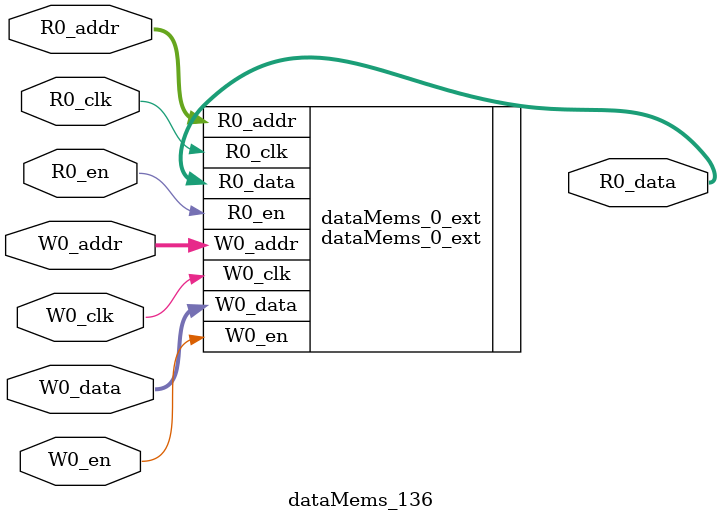
<source format=sv>
`ifndef RANDOMIZE
  `ifdef RANDOMIZE_REG_INIT
    `define RANDOMIZE
  `endif // RANDOMIZE_REG_INIT
`endif // not def RANDOMIZE
`ifndef RANDOMIZE
  `ifdef RANDOMIZE_MEM_INIT
    `define RANDOMIZE
  `endif // RANDOMIZE_MEM_INIT
`endif // not def RANDOMIZE

`ifndef RANDOM
  `define RANDOM $random
`endif // not def RANDOM

// Users can define 'PRINTF_COND' to add an extra gate to prints.
`ifndef PRINTF_COND_
  `ifdef PRINTF_COND
    `define PRINTF_COND_ (`PRINTF_COND)
  `else  // PRINTF_COND
    `define PRINTF_COND_ 1
  `endif // PRINTF_COND
`endif // not def PRINTF_COND_

// Users can define 'ASSERT_VERBOSE_COND' to add an extra gate to assert error printing.
`ifndef ASSERT_VERBOSE_COND_
  `ifdef ASSERT_VERBOSE_COND
    `define ASSERT_VERBOSE_COND_ (`ASSERT_VERBOSE_COND)
  `else  // ASSERT_VERBOSE_COND
    `define ASSERT_VERBOSE_COND_ 1
  `endif // ASSERT_VERBOSE_COND
`endif // not def ASSERT_VERBOSE_COND_

// Users can define 'STOP_COND' to add an extra gate to stop conditions.
`ifndef STOP_COND_
  `ifdef STOP_COND
    `define STOP_COND_ (`STOP_COND)
  `else  // STOP_COND
    `define STOP_COND_ 1
  `endif // STOP_COND
`endif // not def STOP_COND_

// Users can define INIT_RANDOM as general code that gets injected into the
// initializer block for modules with registers.
`ifndef INIT_RANDOM
  `define INIT_RANDOM
`endif // not def INIT_RANDOM

// If using random initialization, you can also define RANDOMIZE_DELAY to
// customize the delay used, otherwise 0.002 is used.
`ifndef RANDOMIZE_DELAY
  `define RANDOMIZE_DELAY 0.002
`endif // not def RANDOMIZE_DELAY

// Define INIT_RANDOM_PROLOG_ for use in our modules below.
`ifndef INIT_RANDOM_PROLOG_
  `ifdef RANDOMIZE
    `ifdef VERILATOR
      `define INIT_RANDOM_PROLOG_ `INIT_RANDOM
    `else  // VERILATOR
      `define INIT_RANDOM_PROLOG_ `INIT_RANDOM #`RANDOMIZE_DELAY begin end
    `endif // VERILATOR
  `else  // RANDOMIZE
    `define INIT_RANDOM_PROLOG_
  `endif // RANDOMIZE
`endif // not def INIT_RANDOM_PROLOG_

// Include register initializers in init blocks unless synthesis is set
`ifndef SYNTHESIS
  `ifndef ENABLE_INITIAL_REG_
    `define ENABLE_INITIAL_REG_
  `endif // not def ENABLE_INITIAL_REG_
`endif // not def SYNTHESIS

// Include rmemory initializers in init blocks unless synthesis is set
`ifndef SYNTHESIS
  `ifndef ENABLE_INITIAL_MEM_
    `define ENABLE_INITIAL_MEM_
  `endif // not def ENABLE_INITIAL_MEM_
`endif // not def SYNTHESIS

module dataMems_136(	// @[generators/ara/src/main/scala/UnsafeAXI4ToTL.scala:365:62]
  input  [4:0]  R0_addr,
  input         R0_en,
  input         R0_clk,
  output [66:0] R0_data,
  input  [4:0]  W0_addr,
  input         W0_en,
  input         W0_clk,
  input  [66:0] W0_data
);

  dataMems_0_ext dataMems_0_ext (	// @[generators/ara/src/main/scala/UnsafeAXI4ToTL.scala:365:62]
    .R0_addr (R0_addr),
    .R0_en   (R0_en),
    .R0_clk  (R0_clk),
    .R0_data (R0_data),
    .W0_addr (W0_addr),
    .W0_en   (W0_en),
    .W0_clk  (W0_clk),
    .W0_data (W0_data)
  );
endmodule


</source>
